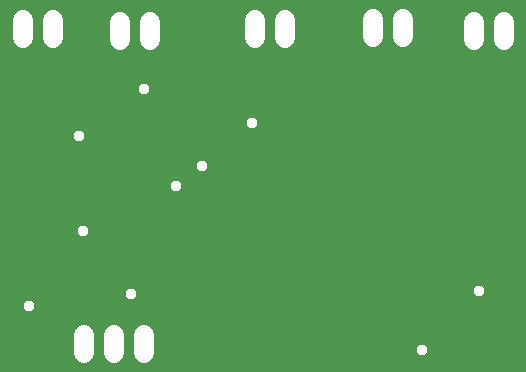
<source format=gbr>
G04 EAGLE Gerber RS-274X export*
G75*
%MOMM*%
%FSLAX34Y34*%
%LPD*%
%INSoldermask Bottom*%
%IPNEG*%
%AMOC8*
5,1,8,0,0,1.08239X$1,22.5*%
G01*
%ADD10C,1.727200*%
%ADD11C,0.959600*%


D10*
X60250Y319370D02*
X60250Y304130D01*
X34850Y304130D02*
X34850Y319370D01*
X142600Y318270D02*
X142600Y303030D01*
X117200Y303030D02*
X117200Y318270D01*
X256600Y319520D02*
X256600Y304280D01*
X231200Y304280D02*
X231200Y319520D01*
X356850Y320770D02*
X356850Y305530D01*
X331450Y305530D02*
X331450Y320770D01*
X442100Y318270D02*
X442100Y303030D01*
X416700Y303030D02*
X416700Y318270D01*
X137600Y53020D02*
X137600Y37780D01*
X112200Y37780D02*
X112200Y53020D01*
X86800Y53020D02*
X86800Y37780D01*
D11*
X86250Y141250D03*
X228750Y232500D03*
X40000Y77500D03*
X126250Y87500D03*
X372500Y40000D03*
X421250Y90000D03*
X137500Y261250D03*
X186250Y196250D03*
X82500Y221250D03*
X165000Y178750D03*
M02*

</source>
